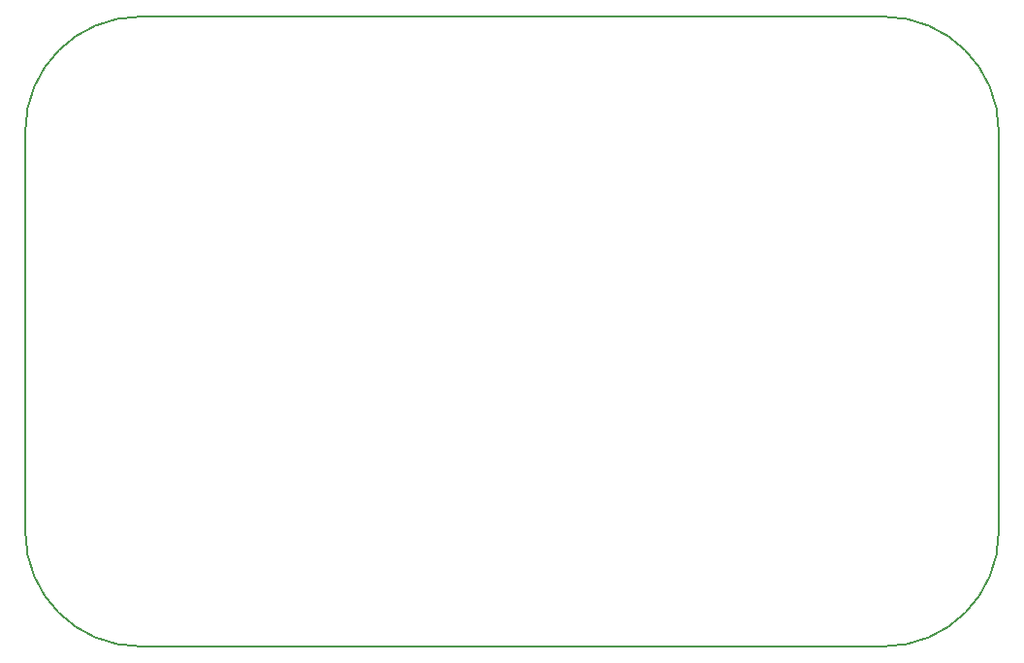
<source format=gbr>
G04 #@! TF.FileFunction,Profile,NP*
%FSLAX46Y46*%
G04 Gerber Fmt 4.6, Leading zero omitted, Abs format (unit mm)*
G04 Created by KiCad (PCBNEW 4.0.0-rc2-stable) date 16/03/2018 16:43:17*
%MOMM*%
G01*
G04 APERTURE LIST*
%ADD10C,0.100000*%
%ADD11C,0.150000*%
G04 APERTURE END LIST*
D10*
D11*
X100000000Y-95000000D02*
G75*
G03X110000000Y-105000000I10000000J0D01*
G01*
X175000000Y-105000000D02*
G75*
G03X185000000Y-95000000I0J10000000D01*
G01*
X185000000Y-60000000D02*
G75*
G03X175000000Y-50000000I-10000000J0D01*
G01*
X110000000Y-50000000D02*
G75*
G03X100000000Y-60000000I0J-10000000D01*
G01*
X100000000Y-95000000D02*
X100000000Y-60000000D01*
X175000000Y-105000000D02*
X110000000Y-105000000D01*
X185000000Y-60000000D02*
X185000000Y-95000000D01*
X110000000Y-50000000D02*
X175000000Y-50000000D01*
M02*

</source>
